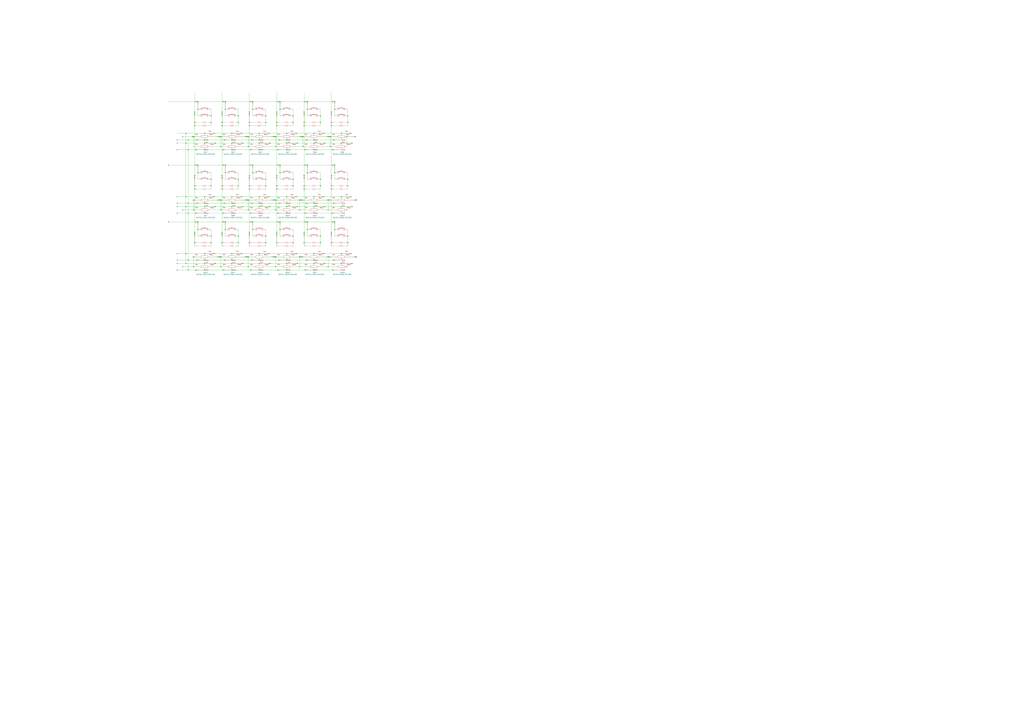
<source format=kicad_sch>
(kicad_sch (version 20200618) (host eeschema "(5.99.0-2043-g129c16cf7)")
  (page 1 1)
  (paper "A0")
  (lib_symbols
    (symbol "switches:SWITCH_PUSH_MXCHOC" (pin_numbers hide) (pin_names hide)
      (property "Reference" "SW" (at 3.81 2.794 0))
      (property "Value" "SWITCH_PUSH_MXCHOC" (at 0 -2.032 0))
      (symbol "SWITCH_PUSH_MXCHOC_0_0"
        (text "Din" (at -8.89 -33.02 0) (effects (font (size 1.27 1.27))))
        (text "Din" (at -8.89 -21.59 0) (effects (font (size 1.27 1.27))))
        (text "Dout" (at 7.62 -21.59 0) (effects (font (size 1.27 1.27))))
        (text "Gnd" (at 2.54 -27.94 0) (effects (font (size 1.27 1.27))))
        (text "Vcc" (at 2.54 -30.48 0) (effects (font (size 1.27 1.27))))
        (text "Vcc" (at 6.35 -17.78 0) (effects (font (size 1.27 1.27))))
      )
      (symbol "SWITCH_PUSH_MXCHOC_1_1"
        (text "Dout" (at 8.89 -33.02 0) (effects (font (size 1.27 1.27))))
        (text "Gnd" (at 2.54 -39.37 0) (effects (font (size 1.27 1.27))))
        (rectangle (start -4.318 8.89) (end 4.318 9.144))
        (rectangle (start -3.81 -34.29) (end 3.81 -36.83))
        (polyline (pts (xy -1.016 9.144) (xy -0.762 9.906) (xy 0.762 9.906) (xy 1.016 9.144)))
        (pin passive inverted (at -7.62 7.62 0) (length 5.08) (name "2") (number "2"))
        (pin passive line (at 0 -31.75 270) (length 2.54) (name "Vdd") (number "9"))
        (pin input line (at -6.35 -35.56 0) (length 2.54) (name "Din") (number "12"))
        (pin passive line (at 0 -39.37 90) (length 2.54) (name "VSS") (number "11"))
        (pin passive inverted (at 7.62 7.62 180) (length 5.08) (name "1") (number "1"))
        (pin output line (at 6.35 -24.13 180) (length 2.54) (name "Dout") (number "6"))
        (pin passive line (at 0 -20.32 270) (length 2.54) (name "Vdd") (number "5"))
        (pin input line (at -6.35 -24.13 0) (length 2.54) (name "Din") (number "8"))
        (pin passive line (at 0 -27.94 90) (length 2.54) (name "VSS") (number "7"))
        (pin output line (at 6.35 -35.56 180) (length 2.54) (name "Dout") (number "10"))
        (pin output line (at -11.43 -7.62 0) (length 2.54) (name "23") (number "23"))
        (pin output line (at -11.43 -11.43 0) (length 2.54) (name "25") (number "25"))
        (pin input line (at 7.62 -7.62 180) (length 2.54) (name "22") (number "22"))
        (pin input line (at 7.62 -11.43 180) (length 2.54) (name "24") (number "24"))
        (pin passive line (at -10.16 16.51 0) (length 2.54) (name "13") (number "13"))
        (pin passive line (at -7.62 16.51 270) (length 2.54) (name "15") (number "15"))
        (pin passive line (at -11.43 1.905 270) (length 2.54) (name "26") (number "26"))
        (pin passive line (at -11.43 4.445 270) (length 2.54) (name "14") (number "14"))
        (pin passive line (at 11.43 -20.32 180) (length 2.54) (name "vcc") (number "16"))
        (pin passive line (at 12.7 -31.75 180) (length 2.54) (name "vcc") (number "19"))
        (pin passive line (at -8.89 -27.94 0) (length 2.54) (name "gnd") (number "18"))
        (pin passive line (at -10.16 -39.37 0) (length 2.54) (name "gnd") (number "21"))
        (pin passive line (at -13.97 -24.13 0) (length 2.54) (name "din") (number "20"))
        (pin passive line (at 16.51 -24.13 180) (length 2.54) (name "dout") (number "17"))
      )
      (symbol "SWITCH_PUSH_MXCHOC_0_1"
        (rectangle (start -4.318 1.27) (end 4.318 1.524))
        (rectangle (start -3.81 -22.86) (end 3.81 -25.4))
        (rectangle (start -1.27 -7.62) (end 1.27 -7.62) (stroke (width 0.0006)))
        (rectangle (start 1.27 -11.43) (end -1.27 -11.43) (stroke (width 0.0006)))
        (polyline (pts (xy -1.016 1.524) (xy -0.762 2.286) (xy 0.762 2.286) (xy 1.016 1.524)))
        (polyline (pts (xy -3.81 -11.43) (xy -1.27 -11.43) (xy -1.27 -10.16) (xy -1.27 -12.7) (xy -1.27 -11.43) (xy 1.27 -10.16) (xy 1.27 -12.7) (xy -1.27 -11.43)) (stroke (width 0.0006)))
        (polyline (pts (xy 1.27 -11.43) (xy 3.81 -11.43)) (stroke (width 0.0006)))
        (polyline (pts (xy -3.81 -7.62) (xy -1.27 -7.62) (xy -1.27 -6.35) (xy -1.27 -8.89) (xy -1.27 -7.62) (xy 1.27 -6.35) (xy 1.27 -8.89) (xy -1.27 -7.62)) (stroke (width 0.0006)))
        (polyline (pts (xy 1.27 -7.62) (xy 3.81 -7.62)) (stroke (width 0.0006)))
        (polyline (pts (xy 0 -20.32) (xy 11.43 -20.32)) (stroke (width 0.0006)))
        (polyline (pts (xy 0 -31.75) (xy 11.43 -31.75)) (stroke (width 0.0006)))
        (polyline (pts (xy 0 -39.37) (xy -8.89 -39.37)) (stroke (width 0.0006)))
        (polyline (pts (xy 0 -27.94) (xy -8.89 -27.94)) (stroke (width 0.0006)))
        (polyline (pts (xy -6.35 -24.13) (xy -13.335 -24.13)) (stroke (width 0.0006)))
        (polyline (pts (xy 15.875 -24.13) (xy 6.35 -24.13)) (stroke (width 0.0006)))
        (polyline (pts (xy -11.43 4.445) (xy -11.43 -11.43)) (stroke (width 0.0006)))
        (polyline (pts (xy -9.525 -7.62) (xy -3.81 -7.62)) (stroke (width 0.0006)))
        (polyline (pts (xy -7.62 7.62) (xy -7.62 16.51)) (stroke (width 0.0006)))
        (polyline (pts (xy -10.16 16.51) (xy -7.62 16.51)) (stroke (width 0.0006)))
        (polyline (pts (xy 5.08 -7.62) (xy 3.81 -7.62)) (stroke (width 0.0006)))
        (polyline (pts (xy 3.81 -11.43) (xy 5.08 -11.43)) (stroke (width 0.0006)))
        (polyline (pts (xy 12.065 -31.75) (xy 11.43 -31.75)) (stroke (width 0.0006)))
        (polyline (pts (xy -8.89 -39.37) (xy -9.525 -39.37)) (stroke (width 0.0006)))
        (polyline (pts (xy -3.81 -11.43) (xy -8.89 -11.43)) (stroke (width 0.0006)))
        (polyline (pts (xy -13.335 -24.13) (xy -13.97 -24.13)) (stroke (width 0.0006)))
        (polyline (pts (xy -9.525 -39.37) (xy -10.16 -39.37)) (stroke (width 0.0006)))
        (polyline (pts (xy 16.51 -24.13) (xy 15.875 -24.13)) (stroke (width 0.0006)))
        (polyline (pts (xy 12.7 -31.75) (xy 12.065 -31.75)) (stroke (width 0.0006)))
        (pin passive inverted (at -7.62 0 0) (length 5.08) (name "3") (number "3"))
        (pin passive inverted (at 7.62 0 180) (length 5.08) (name "4") (number "4"))
      )
    )
  )
  (junction (at 215.9 154.94))
  (junction (at 215.9 166.37))
  (junction (at 215.9 228.6))
  (junction (at 215.9 240.03))
  (junction (at 215.9 294.64))
  (junction (at 215.9 306.07))
  (junction (at 218.44 162.56))
  (junction (at 218.44 173.99))
  (junction (at 218.44 236.22))
  (junction (at 218.44 247.65))
  (junction (at 218.44 302.26))
  (junction (at 218.44 313.69))
  (junction (at 223.52 158.75))
  (junction (at 224.79 158.75))
  (junction (at 224.79 232.41))
  (junction (at 224.79 243.84))
  (junction (at 224.79 298.45))
  (junction (at 224.79 309.88))
  (junction (at 226.06 130.175))
  (junction (at 226.06 132.715))
  (junction (at 226.06 142.24))
  (junction (at 226.06 146.05))
  (junction (at 226.06 203.835))
  (junction (at 226.06 206.375))
  (junction (at 226.06 215.9))
  (junction (at 226.06 219.71))
  (junction (at 226.06 269.875))
  (junction (at 226.06 272.415))
  (junction (at 226.06 281.94))
  (junction (at 227.33 118.11))
  (junction (at 227.33 173.99))
  (junction (at 227.33 191.77))
  (junction (at 227.33 247.65))
  (junction (at 227.33 257.81))
  (junction (at 227.33 313.69))
  (junction (at 228.6 162.56))
  (junction (at 228.6 236.22))
  (junction (at 228.6 302.26))
  (junction (at 229.87 118.11))
  (junction (at 229.87 127))
  (junction (at 229.87 191.77))
  (junction (at 229.87 200.66))
  (junction (at 229.87 257.81))
  (junction (at 229.87 266.7))
  (junction (at 237.49 154.94))
  (junction (at 237.49 162.56))
  (junction (at 237.49 166.37))
  (junction (at 237.49 173.99))
  (junction (at 237.49 228.6))
  (junction (at 237.49 236.22))
  (junction (at 237.49 240.03))
  (junction (at 237.49 247.65))
  (junction (at 237.49 294.64))
  (junction (at 237.49 302.26))
  (junction (at 237.49 306.07))
  (junction (at 237.49 313.69))
  (junction (at 245.11 134.62))
  (junction (at 245.11 142.24))
  (junction (at 245.11 208.28))
  (junction (at 245.11 215.9))
  (junction (at 245.11 274.32))
  (junction (at 245.11 281.94))
  (junction (at 248.92 154.94))
  (junction (at 248.92 228.6))
  (junction (at 248.92 294.64))
  (junction (at 250.19 166.37))
  (junction (at 250.19 240.03))
  (junction (at 250.19 306.07))
  (junction (at 254 158.75))
  (junction (at 254 232.41))
  (junction (at 254 298.45))
  (junction (at 255.27 158.75))
  (junction (at 255.27 232.41))
  (junction (at 255.27 298.45))
  (junction (at 256.54 158.75))
  (junction (at 256.54 170.18))
  (junction (at 256.54 232.41))
  (junction (at 256.54 243.84))
  (junction (at 256.54 298.45))
  (junction (at 256.54 309.88))
  (junction (at 257.81 130.175))
  (junction (at 257.81 132.715))
  (junction (at 257.81 142.24))
  (junction (at 257.81 146.05))
  (junction (at 257.81 203.835))
  (junction (at 257.81 206.375))
  (junction (at 257.81 215.9))
  (junction (at 257.81 219.71))
  (junction (at 257.81 269.875))
  (junction (at 257.81 272.415))
  (junction (at 257.81 281.94))
  (junction (at 259.08 118.11))
  (junction (at 259.08 173.99))
  (junction (at 259.08 191.77))
  (junction (at 259.08 247.65))
  (junction (at 259.08 257.81))
  (junction (at 259.08 313.69))
  (junction (at 260.35 162.56))
  (junction (at 260.35 236.22))
  (junction (at 260.35 302.26))
  (junction (at 261.62 118.11))
  (junction (at 261.62 127))
  (junction (at 261.62 191.77))
  (junction (at 261.62 200.66))
  (junction (at 261.62 257.81))
  (junction (at 261.62 266.7))
  (junction (at 269.24 154.94))
  (junction (at 269.24 162.56))
  (junction (at 269.24 166.37))
  (junction (at 269.24 173.99))
  (junction (at 269.24 228.6))
  (junction (at 269.24 236.22))
  (junction (at 269.24 240.03))
  (junction (at 269.24 247.65))
  (junction (at 269.24 294.64))
  (junction (at 269.24 302.26))
  (junction (at 269.24 306.07))
  (junction (at 269.24 313.69))
  (junction (at 276.86 134.62))
  (junction (at 276.86 142.24))
  (junction (at 276.86 208.28))
  (junction (at 276.86 215.9))
  (junction (at 276.86 274.32))
  (junction (at 276.86 281.94))
  (junction (at 280.67 154.94))
  (junction (at 280.67 228.6))
  (junction (at 280.67 294.64))
  (junction (at 281.94 166.37))
  (junction (at 281.94 240.03))
  (junction (at 281.94 306.07))
  (junction (at 285.75 158.75))
  (junction (at 285.75 232.41))
  (junction (at 285.75 298.45))
  (junction (at 287.02 158.75))
  (junction (at 287.02 232.41))
  (junction (at 287.02 298.45))
  (junction (at 288.29 158.75))
  (junction (at 288.29 170.18))
  (junction (at 288.29 232.41))
  (junction (at 288.29 243.84))
  (junction (at 288.29 298.45))
  (junction (at 288.29 309.88))
  (junction (at 289.56 130.175))
  (junction (at 289.56 132.715))
  (junction (at 289.56 142.24))
  (junction (at 289.56 146.05))
  (junction (at 289.56 203.835))
  (junction (at 289.56 206.375))
  (junction (at 289.56 215.9))
  (junction (at 289.56 219.71))
  (junction (at 289.56 269.875))
  (junction (at 289.56 272.415))
  (junction (at 289.56 281.94))
  (junction (at 290.83 118.11))
  (junction (at 290.83 173.99))
  (junction (at 290.83 191.77))
  (junction (at 290.83 247.65))
  (junction (at 290.83 257.81))
  (junction (at 290.83 313.69))
  (junction (at 292.1 162.56))
  (junction (at 292.1 236.22))
  (junction (at 292.1 302.26))
  (junction (at 293.37 118.11))
  (junction (at 293.37 127))
  (junction (at 293.37 191.77))
  (junction (at 293.37 200.66))
  (junction (at 293.37 257.81))
  (junction (at 293.37 266.7))
  (junction (at 300.99 154.94))
  (junction (at 300.99 162.56))
  (junction (at 300.99 166.37))
  (junction (at 300.99 173.99))
  (junction (at 300.99 228.6))
  (junction (at 300.99 236.22))
  (junction (at 300.99 240.03))
  (junction (at 300.99 247.65))
  (junction (at 300.99 294.64))
  (junction (at 300.99 302.26))
  (junction (at 300.99 306.07))
  (junction (at 300.99 313.69))
  (junction (at 308.61 134.62))
  (junction (at 308.61 142.24))
  (junction (at 308.61 208.28))
  (junction (at 308.61 215.9))
  (junction (at 308.61 274.32))
  (junction (at 308.61 281.94))
  (junction (at 312.42 154.94))
  (junction (at 312.42 228.6))
  (junction (at 312.42 294.64))
  (junction (at 313.69 166.37))
  (junction (at 313.69 240.03))
  (junction (at 313.69 306.07))
  (junction (at 317.5 158.75))
  (junction (at 317.5 232.41))
  (junction (at 317.5 298.45))
  (junction (at 318.77 158.75))
  (junction (at 318.77 232.41))
  (junction (at 318.77 298.45))
  (junction (at 320.04 158.75))
  (junction (at 320.04 170.18))
  (junction (at 320.04 232.41))
  (junction (at 320.04 243.84))
  (junction (at 320.04 298.45))
  (junction (at 320.04 309.88))
  (junction (at 321.31 130.175))
  (junction (at 321.31 132.715))
  (junction (at 321.31 142.24))
  (junction (at 321.31 146.05))
  (junction (at 321.31 203.835))
  (junction (at 321.31 206.375))
  (junction (at 321.31 215.9))
  (junction (at 321.31 219.71))
  (junction (at 321.31 269.875))
  (junction (at 321.31 272.415))
  (junction (at 321.31 281.94))
  (junction (at 322.58 118.11))
  (junction (at 322.58 173.99))
  (junction (at 322.58 191.77))
  (junction (at 322.58 247.65))
  (junction (at 322.58 257.81))
  (junction (at 322.58 313.69))
  (junction (at 323.85 162.56))
  (junction (at 323.85 236.22))
  (junction (at 323.85 302.26))
  (junction (at 325.12 118.11))
  (junction (at 325.12 127))
  (junction (at 325.12 191.77))
  (junction (at 325.12 200.66))
  (junction (at 325.12 257.81))
  (junction (at 325.12 266.7))
  (junction (at 332.74 154.94))
  (junction (at 332.74 162.56))
  (junction (at 332.74 166.37))
  (junction (at 332.74 173.99))
  (junction (at 332.74 228.6))
  (junction (at 332.74 236.22))
  (junction (at 332.74 240.03))
  (junction (at 332.74 247.65))
  (junction (at 332.74 294.64))
  (junction (at 332.74 302.26))
  (junction (at 332.74 306.07))
  (junction (at 332.74 313.69))
  (junction (at 340.36 134.62))
  (junction (at 340.36 142.24))
  (junction (at 340.36 208.28))
  (junction (at 340.36 215.9))
  (junction (at 340.36 274.32))
  (junction (at 340.36 281.94))
  (junction (at 344.17 154.94))
  (junction (at 344.17 228.6))
  (junction (at 344.17 294.64))
  (junction (at 345.44 166.37))
  (junction (at 345.44 240.03))
  (junction (at 345.44 306.07))
  (junction (at 347.98 232.41))
  (junction (at 347.98 243.84))
  (junction (at 347.98 298.45))
  (junction (at 347.98 309.88))
  (junction (at 349.25 158.75))
  (junction (at 349.25 232.41))
  (junction (at 349.25 298.45))
  (junction (at 350.52 158.75))
  (junction (at 350.52 232.41))
  (junction (at 350.52 298.45))
  (junction (at 351.79 158.75))
  (junction (at 351.79 170.18))
  (junction (at 353.06 130.175))
  (junction (at 353.06 132.715))
  (junction (at 353.06 142.24))
  (junction (at 353.06 146.05))
  (junction (at 353.06 203.835))
  (junction (at 353.06 206.375))
  (junction (at 353.06 215.9))
  (junction (at 353.06 219.71))
  (junction (at 353.06 269.875))
  (junction (at 353.06 272.415))
  (junction (at 353.06 281.94))
  (junction (at 354.33 118.11))
  (junction (at 354.33 173.99))
  (junction (at 354.33 191.77))
  (junction (at 354.33 247.65))
  (junction (at 354.33 257.81))
  (junction (at 354.33 313.69))
  (junction (at 355.6 162.56))
  (junction (at 355.6 236.22))
  (junction (at 355.6 302.26))
  (junction (at 356.87 118.11))
  (junction (at 356.87 127))
  (junction (at 356.87 191.77))
  (junction (at 356.87 200.66))
  (junction (at 356.87 257.81))
  (junction (at 356.87 266.7))
  (junction (at 364.49 154.94))
  (junction (at 364.49 162.56))
  (junction (at 364.49 166.37))
  (junction (at 364.49 173.99))
  (junction (at 364.49 228.6))
  (junction (at 364.49 236.22))
  (junction (at 364.49 240.03))
  (junction (at 364.49 247.65))
  (junction (at 364.49 294.64))
  (junction (at 364.49 302.26))
  (junction (at 364.49 306.07))
  (junction (at 364.49 313.69))
  (junction (at 372.11 134.62))
  (junction (at 372.11 142.24))
  (junction (at 372.11 208.28))
  (junction (at 372.11 215.9))
  (junction (at 372.11 274.32))
  (junction (at 372.11 281.94))
  (junction (at 375.92 154.94))
  (junction (at 375.92 228.6))
  (junction (at 375.92 294.64))
  (junction (at 377.19 166.37))
  (junction (at 377.19 240.03))
  (junction (at 377.19 306.07))
  (junction (at 381 158.75))
  (junction (at 381 232.41))
  (junction (at 381 243.84))
  (junction (at 381 298.45))
  (junction (at 381 309.88))
  (junction (at 382.27 158.75))
  (junction (at 382.27 232.41))
  (junction (at 382.27 298.45))
  (junction (at 383.54 158.75))
  (junction (at 383.54 170.18))
  (junction (at 384.81 130.175))
  (junction (at 384.81 132.715))
  (junction (at 384.81 142.24))
  (junction (at 384.81 146.05))
  (junction (at 384.81 203.835))
  (junction (at 384.81 206.375))
  (junction (at 384.81 215.9))
  (junction (at 384.81 219.71))
  (junction (at 384.81 269.875))
  (junction (at 384.81 272.415))
  (junction (at 384.81 281.94))
  (junction (at 386.08 118.11))
  (junction (at 386.08 173.99))
  (junction (at 386.08 191.77))
  (junction (at 386.08 247.65))
  (junction (at 386.08 257.81))
  (junction (at 386.08 313.69))
  (junction (at 387.35 162.56))
  (junction (at 387.35 236.22))
  (junction (at 387.35 302.26))
  (junction (at 388.62 118.11))
  (junction (at 388.62 127))
  (junction (at 388.62 191.77))
  (junction (at 388.62 200.66))
  (junction (at 388.62 257.81))
  (junction (at 388.62 266.7))
  (junction (at 396.24 154.94))
  (junction (at 396.24 166.37))
  (junction (at 396.24 228.6))
  (junction (at 396.24 240.03))
  (junction (at 396.24 294.64))
  (junction (at 396.24 306.07))
  (junction (at 402.59 158.75))
  (junction (at 403.86 134.62))
  (junction (at 403.86 142.24))
  (junction (at 403.86 208.28))
  (junction (at 403.86 215.9))
  (junction (at 403.86 274.32))
  (junction (at 403.86 281.94))
  (junction (at 412.75 232.41))
  (junction (at 412.75 298.45))
  (no_connect (at 205.74 162.56))
  (no_connect (at 205.74 166.37))
  (no_connect (at 205.74 173.99))
  (no_connect (at 402.59 243.84))
  (no_connect (at 402.59 309.88))
  (no_connect (at 407.67 154.94))
  (no_connect (at 407.67 228.6))
  (no_connect (at 407.67 294.64))
  (no_connect (at 408.94 166.37))
  (no_connect (at 408.94 240.03))
  (no_connect (at 408.94 306.07))
  (no_connect (at 414.02 232.41))
  (no_connect (at 414.02 298.45))
  (no_connect (at 212.09 158.75))
  (no_connect (at 195.58 191.77))
  (no_connect (at 195.58 257.81))
  (no_connect (at 205.74 228.6))
  (no_connect (at 205.74 236.22))
  (no_connect (at 205.74 240.03))
  (no_connect (at 205.74 247.65))
  (no_connect (at 205.74 294.64))
  (no_connect (at 205.74 302.26))
  (no_connect (at 205.74 306.07))
  (no_connect (at 205.74 313.69))
  (no_connect (at 212.09 309.88))
  (no_connect (at 212.09 243.84))
  (no_connect (at 412.75 158.75))
  (wire (pts (xy 195.58 118.11) (xy 227.33 118.11)))
  (wire (pts (xy 195.58 191.77) (xy 227.33 191.77)))
  (wire (pts (xy 195.58 257.81) (xy 227.33 257.81)))
  (wire (pts (xy 205.74 154.94) (xy 215.9 154.94)))
  (wire (pts (xy 205.74 162.56) (xy 218.44 162.56)))
  (wire (pts (xy 205.74 166.37) (xy 215.9 166.37)))
  (wire (pts (xy 205.74 173.99) (xy 218.44 173.99)))
  (wire (pts (xy 205.74 228.6) (xy 215.9 228.6)))
  (wire (pts (xy 205.74 236.22) (xy 218.44 236.22)))
  (wire (pts (xy 205.74 240.03) (xy 215.9 240.03)))
  (wire (pts (xy 205.74 247.65) (xy 218.44 247.65)))
  (wire (pts (xy 205.74 294.64) (xy 215.9 294.64)))
  (wire (pts (xy 205.74 302.26) (xy 218.44 302.26)))
  (wire (pts (xy 205.74 306.07) (xy 215.9 306.07)))
  (wire (pts (xy 205.74 313.69) (xy 218.44 313.69)))
  (wire (pts (xy 212.09 158.75) (xy 223.52 158.75)))
  (wire (pts (xy 212.09 243.84) (xy 224.79 243.84)))
  (wire (pts (xy 212.09 309.88) (xy 224.79 309.88)))
  (wire (pts (xy 215.9 154.94) (xy 215.9 166.37)))
  (wire (pts (xy 215.9 154.94) (xy 237.49 154.94)))
  (wire (pts (xy 215.9 166.37) (xy 215.9 228.6)))
  (wire (pts (xy 215.9 166.37) (xy 237.49 166.37)))
  (wire (pts (xy 215.9 228.6) (xy 215.9 240.03)))
  (wire (pts (xy 215.9 228.6) (xy 237.49 228.6)))
  (wire (pts (xy 215.9 240.03) (xy 215.9 294.64)))
  (wire (pts (xy 215.9 240.03) (xy 237.49 240.03)))
  (wire (pts (xy 215.9 294.64) (xy 215.9 306.07)))
  (wire (pts (xy 215.9 294.64) (xy 237.49 294.64)))
  (wire (pts (xy 215.9 306.07) (xy 237.49 306.07)))
  (wire (pts (xy 218.44 162.56) (xy 218.44 173.99)))
  (wire (pts (xy 218.44 162.56) (xy 228.6 162.56)))
  (wire (pts (xy 218.44 173.99) (xy 218.44 236.22)))
  (wire (pts (xy 218.44 173.99) (xy 227.33 173.99)))
  (wire (pts (xy 218.44 236.22) (xy 218.44 247.65)))
  (wire (pts (xy 218.44 236.22) (xy 228.6 236.22)))
  (wire (pts (xy 218.44 247.65) (xy 218.44 302.26)))
  (wire (pts (xy 218.44 247.65) (xy 227.33 247.65)))
  (wire (pts (xy 218.44 302.26) (xy 218.44 313.69)))
  (wire (pts (xy 218.44 302.26) (xy 228.6 302.26)))
  (wire (pts (xy 218.44 313.69) (xy 227.33 313.69)))
  (wire (pts (xy 223.52 158.75) (xy 224.79 158.75)))
  (wire (pts (xy 223.52 232.41) (xy 224.79 232.41)))
  (wire (pts (xy 223.52 298.45) (xy 224.79 298.45)))
  (wire (pts (xy 224.79 158.75) (xy 231.14 158.75)))
  (wire (pts (xy 224.79 170.18) (xy 224.79 158.75)))
  (wire (pts (xy 224.79 170.18) (xy 231.14 170.18)))
  (wire (pts (xy 224.79 232.41) (xy 231.14 232.41)))
  (wire (pts (xy 224.79 243.84) (xy 224.79 232.41)))
  (wire (pts (xy 224.79 243.84) (xy 231.14 243.84)))
  (wire (pts (xy 224.79 298.45) (xy 231.14 298.45)))
  (wire (pts (xy 224.79 309.88) (xy 224.79 298.45)))
  (wire (pts (xy 224.79 309.88) (xy 231.14 309.88)))
  (wire (pts (xy 226.06 107.95) (xy 226.06 130.175)))
  (wire (pts (xy 226.06 130.175) (xy 226.06 132.715)))
  (wire (pts (xy 226.06 132.715) (xy 226.06 142.24)))
  (wire (pts (xy 226.06 142.24) (xy 226.06 146.05)))
  (wire (pts (xy 226.06 146.05) (xy 226.06 203.835)))
  (wire (pts (xy 226.06 203.835) (xy 226.06 206.375)))
  (wire (pts (xy 226.06 206.375) (xy 226.06 215.9)))
  (wire (pts (xy 226.06 215.9) (xy 226.06 219.71)))
  (wire (pts (xy 226.06 219.71) (xy 226.06 269.875)))
  (wire (pts (xy 226.06 269.875) (xy 226.06 272.415)))
  (wire (pts (xy 226.06 272.415) (xy 226.06 281.94)))
  (wire (pts (xy 226.06 281.94) (xy 226.06 285.75)))
  (wire (pts (xy 227.33 118.11) (xy 229.87 118.11)))
  (wire (pts (xy 227.33 173.99) (xy 237.49 173.99)))
  (wire (pts (xy 227.33 191.77) (xy 229.87 191.77)))
  (wire (pts (xy 227.33 247.65) (xy 237.49 247.65)))
  (wire (pts (xy 227.33 257.81) (xy 229.87 257.81)))
  (wire (pts (xy 227.33 313.69) (xy 237.49 313.69)))
  (wire (pts (xy 228.6 162.56) (xy 237.49 162.56)))
  (wire (pts (xy 228.6 236.22) (xy 237.49 236.22)))
  (wire (pts (xy 228.6 302.26) (xy 237.49 302.26)))
  (wire (pts (xy 229.87 118.11) (xy 259.08 118.11)))
  (wire (pts (xy 229.87 127) (xy 229.87 118.11)))
  (wire (pts (xy 229.87 134.62) (xy 229.87 127)))
  (wire (pts (xy 229.87 191.77) (xy 259.08 191.77)))
  (wire (pts (xy 229.87 200.66) (xy 229.87 191.77)))
  (wire (pts (xy 229.87 208.28) (xy 229.87 200.66)))
  (wire (pts (xy 229.87 257.81) (xy 259.08 257.81)))
  (wire (pts (xy 229.87 266.7) (xy 229.87 257.81)))
  (wire (pts (xy 229.87 274.32) (xy 229.87 266.7)))
  (wire (pts (xy 237.49 154.94) (xy 248.92 154.94)))
  (wire (pts (xy 237.49 162.56) (xy 260.35 162.56)))
  (wire (pts (xy 237.49 166.37) (xy 250.19 166.37)))
  (wire (pts (xy 237.49 173.99) (xy 259.08 173.99)))
  (wire (pts (xy 237.49 228.6) (xy 248.92 228.6)))
  (wire (pts (xy 237.49 236.22) (xy 260.35 236.22)))
  (wire (pts (xy 237.49 240.03) (xy 250.19 240.03)))
  (wire (pts (xy 237.49 247.65) (xy 259.08 247.65)))
  (wire (pts (xy 237.49 294.64) (xy 248.92 294.64)))
  (wire (pts (xy 237.49 302.26) (xy 260.35 302.26)))
  (wire (pts (xy 237.49 306.07) (xy 250.19 306.07)))
  (wire (pts (xy 237.49 313.69) (xy 259.08 313.69)))
  (wire (pts (xy 243.84 158.75) (xy 254 158.75)))
  (wire (pts (xy 243.84 170.18) (xy 256.54 170.18)))
  (wire (pts (xy 243.84 232.41) (xy 254 232.41)))
  (wire (pts (xy 243.84 243.84) (xy 256.54 243.84)))
  (wire (pts (xy 243.84 298.45) (xy 254 298.45)))
  (wire (pts (xy 243.84 309.88) (xy 256.54 309.88)))
  (wire (pts (xy 245.11 127) (xy 245.11 134.62)))
  (wire (pts (xy 245.11 134.62) (xy 245.11 142.24)))
  (wire (pts (xy 245.11 142.24) (xy 245.11 146.05)))
  (wire (pts (xy 245.11 200.66) (xy 245.11 208.28)))
  (wire (pts (xy 245.11 208.28) (xy 245.11 215.9)))
  (wire (pts (xy 245.11 215.9) (xy 245.11 219.71)))
  (wire (pts (xy 245.11 266.7) (xy 245.11 274.32)))
  (wire (pts (xy 245.11 274.32) (xy 245.11 281.94)))
  (wire (pts (xy 245.11 281.94) (xy 245.11 285.75)))
  (wire (pts (xy 248.92 154.94) (xy 269.24 154.94)))
  (wire (pts (xy 248.92 228.6) (xy 269.24 228.6)))
  (wire (pts (xy 248.92 294.64) (xy 269.24 294.64)))
  (wire (pts (xy 250.19 166.37) (xy 269.24 166.37)))
  (wire (pts (xy 250.19 240.03) (xy 269.24 240.03)))
  (wire (pts (xy 250.19 306.07) (xy 269.24 306.07)))
  (wire (pts (xy 254 158.75) (xy 255.27 158.75)))
  (wire (pts (xy 254 232.41) (xy 255.27 232.41)))
  (wire (pts (xy 254 298.45) (xy 255.27 298.45)))
  (wire (pts (xy 255.27 158.75) (xy 256.54 158.75)))
  (wire (pts (xy 255.27 232.41) (xy 256.54 232.41)))
  (wire (pts (xy 255.27 298.45) (xy 256.54 298.45)))
  (wire (pts (xy 256.54 158.75) (xy 262.89 158.75)))
  (wire (pts (xy 256.54 170.18) (xy 256.54 158.75)))
  (wire (pts (xy 256.54 170.18) (xy 262.89 170.18)))
  (wire (pts (xy 256.54 232.41) (xy 262.89 232.41)))
  (wire (pts (xy 256.54 243.84) (xy 256.54 232.41)))
  (wire (pts (xy 256.54 243.84) (xy 262.89 243.84)))
  (wire (pts (xy 256.54 298.45) (xy 262.89 298.45)))
  (wire (pts (xy 256.54 309.88) (xy 256.54 298.45)))
  (wire (pts (xy 256.54 309.88) (xy 262.89 309.88)))
  (wire (pts (xy 257.81 107.95) (xy 257.81 130.175)))
  (wire (pts (xy 257.81 130.175) (xy 257.81 132.715)))
  (wire (pts (xy 257.81 132.715) (xy 257.81 142.24)))
  (wire (pts (xy 257.81 142.24) (xy 257.81 146.05)))
  (wire (pts (xy 257.81 146.05) (xy 257.81 203.835)))
  (wire (pts (xy 257.81 203.835) (xy 257.81 206.375)))
  (wire (pts (xy 257.81 206.375) (xy 257.81 215.9)))
  (wire (pts (xy 257.81 215.9) (xy 257.81 219.71)))
  (wire (pts (xy 257.81 219.71) (xy 257.81 269.875)))
  (wire (pts (xy 257.81 269.875) (xy 257.81 272.415)))
  (wire (pts (xy 257.81 272.415) (xy 257.81 281.94)))
  (wire (pts (xy 257.81 281.94) (xy 257.81 285.75)))
  (wire (pts (xy 259.08 173.99) (xy 269.24 173.99)))
  (wire (pts (xy 259.08 191.77) (xy 261.62 191.77)))
  (wire (pts (xy 259.08 247.65) (xy 269.24 247.65)))
  (wire (pts (xy 259.08 257.81) (xy 261.62 257.81)))
  (wire (pts (xy 259.08 313.69) (xy 269.24 313.69)))
  (wire (pts (xy 260.35 162.56) (xy 269.24 162.56)))
  (wire (pts (xy 260.35 236.22) (xy 269.24 236.22)))
  (wire (pts (xy 260.35 302.26) (xy 269.24 302.26)))
  (wire (pts (xy 261.62 118.11) (xy 259.08 118.11)))
  (wire (pts (xy 261.62 118.11) (xy 290.83 118.11)))
  (wire (pts (xy 261.62 127) (xy 261.62 118.11)))
  (wire (pts (xy 261.62 134.62) (xy 261.62 127)))
  (wire (pts (xy 261.62 191.77) (xy 290.83 191.77)))
  (wire (pts (xy 261.62 200.66) (xy 261.62 191.77)))
  (wire (pts (xy 261.62 208.28) (xy 261.62 200.66)))
  (wire (pts (xy 261.62 257.81) (xy 290.83 257.81)))
  (wire (pts (xy 261.62 266.7) (xy 261.62 257.81)))
  (wire (pts (xy 261.62 274.32) (xy 261.62 266.7)))
  (wire (pts (xy 269.24 154.94) (xy 280.67 154.94)))
  (wire (pts (xy 269.24 162.56) (xy 292.1 162.56)))
  (wire (pts (xy 269.24 166.37) (xy 281.94 166.37)))
  (wire (pts (xy 269.24 173.99) (xy 290.83 173.99)))
  (wire (pts (xy 269.24 228.6) (xy 280.67 228.6)))
  (wire (pts (xy 269.24 236.22) (xy 292.1 236.22)))
  (wire (pts (xy 269.24 240.03) (xy 281.94 240.03)))
  (wire (pts (xy 269.24 247.65) (xy 290.83 247.65)))
  (wire (pts (xy 269.24 294.64) (xy 280.67 294.64)))
  (wire (pts (xy 269.24 302.26) (xy 292.1 302.26)))
  (wire (pts (xy 269.24 306.07) (xy 281.94 306.07)))
  (wire (pts (xy 269.24 313.69) (xy 290.83 313.69)))
  (wire (pts (xy 275.59 158.75) (xy 285.75 158.75)))
  (wire (pts (xy 275.59 170.18) (xy 288.29 170.18)))
  (wire (pts (xy 275.59 232.41) (xy 285.75 232.41)))
  (wire (pts (xy 275.59 243.84) (xy 288.29 243.84)))
  (wire (pts (xy 275.59 298.45) (xy 285.75 298.45)))
  (wire (pts (xy 275.59 309.88) (xy 288.29 309.88)))
  (wire (pts (xy 276.86 127) (xy 276.86 134.62)))
  (wire (pts (xy 276.86 134.62) (xy 276.86 142.24)))
  (wire (pts (xy 276.86 142.24) (xy 276.86 146.05)))
  (wire (pts (xy 276.86 200.66) (xy 276.86 208.28)))
  (wire (pts (xy 276.86 208.28) (xy 276.86 215.9)))
  (wire (pts (xy 276.86 215.9) (xy 276.86 219.71)))
  (wire (pts (xy 276.86 266.7) (xy 276.86 274.32)))
  (wire (pts (xy 276.86 274.32) (xy 276.86 281.94)))
  (wire (pts (xy 276.86 281.94) (xy 276.86 285.75)))
  (wire (pts (xy 280.67 154.94) (xy 300.99 154.94)))
  (wire (pts (xy 280.67 228.6) (xy 300.99 228.6)))
  (wire (pts (xy 280.67 294.64) (xy 300.99 294.64)))
  (wire (pts (xy 281.94 166.37) (xy 300.99 166.37)))
  (wire (pts (xy 281.94 240.03) (xy 300.99 240.03)))
  (wire (pts (xy 281.94 306.07) (xy 300.99 306.07)))
  (wire (pts (xy 285.75 158.75) (xy 287.02 158.75)))
  (wire (pts (xy 285.75 232.41) (xy 287.02 232.41)))
  (wire (pts (xy 285.75 298.45) (xy 287.02 298.45)))
  (wire (pts (xy 287.02 158.75) (xy 288.29 158.75)))
  (wire (pts (xy 287.02 232.41) (xy 288.29 232.41)))
  (wire (pts (xy 287.02 298.45) (xy 288.29 298.45)))
  (wire (pts (xy 288.29 158.75) (xy 294.64 158.75)))
  (wire (pts (xy 288.29 170.18) (xy 288.29 158.75)))
  (wire (pts (xy 288.29 170.18) (xy 294.64 170.18)))
  (wire (pts (xy 288.29 232.41) (xy 294.64 232.41)))
  (wire (pts (xy 288.29 243.84) (xy 288.29 232.41)))
  (wire (pts (xy 288.29 243.84) (xy 294.64 243.84)))
  (wire (pts (xy 288.29 298.45) (xy 294.64 298.45)))
  (wire (pts (xy 288.29 309.88) (xy 288.29 298.45)))
  (wire (pts (xy 288.29 309.88) (xy 294.64 309.88)))
  (wire (pts (xy 289.56 107.95) (xy 289.56 130.175)))
  (wire (pts (xy 289.56 130.175) (xy 289.56 132.715)))
  (wire (pts (xy 289.56 132.715) (xy 289.56 142.24)))
  (wire (pts (xy 289.56 142.24) (xy 289.56 146.05)))
  (wire (pts (xy 289.56 146.05) (xy 289.56 203.835)))
  (wire (pts (xy 289.56 203.835) (xy 289.56 206.375)))
  (wire (pts (xy 289.56 206.375) (xy 289.56 215.9)))
  (wire (pts (xy 289.56 215.9) (xy 289.56 219.71)))
  (wire (pts (xy 289.56 219.71) (xy 289.56 269.875)))
  (wire (pts (xy 289.56 269.875) (xy 289.56 272.415)))
  (wire (pts (xy 289.56 272.415) (xy 289.56 281.94)))
  (wire (pts (xy 289.56 281.94) (xy 289.56 285.75)))
  (wire (pts (xy 290.83 173.99) (xy 300.99 173.99)))
  (wire (pts (xy 290.83 191.77) (xy 293.37 191.77)))
  (wire (pts (xy 290.83 247.65) (xy 300.99 247.65)))
  (wire (pts (xy 290.83 257.81) (xy 293.37 257.81)))
  (wire (pts (xy 290.83 313.69) (xy 300.99 313.69)))
  (wire (pts (xy 292.1 162.56) (xy 300.99 162.56)))
  (wire (pts (xy 292.1 236.22) (xy 300.99 236.22)))
  (wire (pts (xy 292.1 302.26) (xy 300.99 302.26)))
  (wire (pts (xy 293.37 118.11) (xy 290.83 118.11)))
  (wire (pts (xy 293.37 118.11) (xy 322.58 118.11)))
  (wire (pts (xy 293.37 127) (xy 293.37 118.11)))
  (wire (pts (xy 293.37 134.62) (xy 293.37 127)))
  (wire (pts (xy 293.37 191.77) (xy 322.58 191.77)))
  (wire (pts (xy 293.37 200.66) (xy 293.37 191.77)))
  (wire (pts (xy 293.37 208.28) (xy 293.37 200.66)))
  (wire (pts (xy 293.37 257.81) (xy 322.58 257.81)))
  (wire (pts (xy 293.37 266.7) (xy 293.37 257.81)))
  (wire (pts (xy 293.37 274.32) (xy 293.37 266.7)))
  (wire (pts (xy 300.99 154.94) (xy 312.42 154.94)))
  (wire (pts (xy 300.99 162.56) (xy 323.85 162.56)))
  (wire (pts (xy 300.99 166.37) (xy 313.69 166.37)))
  (wire (pts (xy 300.99 173.99) (xy 322.58 173.99)))
  (wire (pts (xy 300.99 228.6) (xy 312.42 228.6)))
  (wire (pts (xy 300.99 236.22) (xy 323.85 236.22)))
  (wire (pts (xy 300.99 240.03) (xy 313.69 240.03)))
  (wire (pts (xy 300.99 247.65) (xy 322.58 247.65)))
  (wire (pts (xy 300.99 294.64) (xy 312.42 294.64)))
  (wire (pts (xy 300.99 302.26) (xy 323.85 302.26)))
  (wire (pts (xy 300.99 306.07) (xy 313.69 306.07)))
  (wire (pts (xy 300.99 313.69) (xy 322.58 313.69)))
  (wire (pts (xy 307.34 158.75) (xy 317.5 158.75)))
  (wire (pts (xy 307.34 170.18) (xy 320.04 170.18)))
  (wire (pts (xy 307.34 232.41) (xy 317.5 232.41)))
  (wire (pts (xy 307.34 243.84) (xy 320.04 243.84)))
  (wire (pts (xy 307.34 298.45) (xy 317.5 298.45)))
  (wire (pts (xy 307.34 309.88) (xy 320.04 309.88)))
  (wire (pts (xy 308.61 127) (xy 308.61 134.62)))
  (wire (pts (xy 308.61 134.62) (xy 308.61 142.24)))
  (wire (pts (xy 308.61 142.24) (xy 308.61 146.05)))
  (wire (pts (xy 308.61 200.66) (xy 308.61 208.28)))
  (wire (pts (xy 308.61 208.28) (xy 308.61 215.9)))
  (wire (pts (xy 308.61 215.9) (xy 308.61 219.71)))
  (wire (pts (xy 308.61 266.7) (xy 308.61 274.32)))
  (wire (pts (xy 308.61 274.32) (xy 308.61 281.94)))
  (wire (pts (xy 308.61 281.94) (xy 308.61 285.75)))
  (wire (pts (xy 312.42 154.94) (xy 332.74 154.94)))
  (wire (pts (xy 312.42 228.6) (xy 332.74 228.6)))
  (wire (pts (xy 312.42 294.64) (xy 332.74 294.64)))
  (wire (pts (xy 313.69 166.37) (xy 332.74 166.37)))
  (wire (pts (xy 313.69 240.03) (xy 332.74 240.03)))
  (wire (pts (xy 313.69 306.07) (xy 332.74 306.07)))
  (wire (pts (xy 317.5 158.75) (xy 318.77 158.75)))
  (wire (pts (xy 317.5 232.41) (xy 318.77 232.41)))
  (wire (pts (xy 317.5 298.45) (xy 318.77 298.45)))
  (wire (pts (xy 318.77 158.75) (xy 320.04 158.75)))
  (wire (pts (xy 318.77 232.41) (xy 320.04 232.41)))
  (wire (pts (xy 318.77 298.45) (xy 320.04 298.45)))
  (wire (pts (xy 320.04 158.75) (xy 326.39 158.75)))
  (wire (pts (xy 320.04 170.18) (xy 320.04 158.75)))
  (wire (pts (xy 320.04 170.18) (xy 326.39 170.18)))
  (wire (pts (xy 320.04 232.41) (xy 326.39 232.41)))
  (wire (pts (xy 320.04 243.84) (xy 320.04 232.41)))
  (wire (pts (xy 320.04 243.84) (xy 326.39 243.84)))
  (wire (pts (xy 320.04 298.45) (xy 326.39 298.45)))
  (wire (pts (xy 320.04 309.88) (xy 320.04 298.45)))
  (wire (pts (xy 320.04 309.88) (xy 326.39 309.88)))
  (wire (pts (xy 321.31 107.95) (xy 321.31 130.175)))
  (wire (pts (xy 321.31 130.175) (xy 321.31 132.715)))
  (wire (pts (xy 321.31 132.715) (xy 321.31 142.24)))
  (wire (pts (xy 321.31 142.24) (xy 321.31 146.05)))
  (wire (pts (xy 321.31 146.05) (xy 321.31 203.835)))
  (wire (pts (xy 321.31 203.835) (xy 321.31 206.375)))
  (wire (pts (xy 321.31 206.375) (xy 321.31 215.9)))
  (wire (pts (xy 321.31 215.9) (xy 321.31 219.71)))
  (wire (pts (xy 321.31 219.71) (xy 321.31 269.875)))
  (wire (pts (xy 321.31 269.875) (xy 321.31 272.415)))
  (wire (pts (xy 321.31 272.415) (xy 321.31 281.94)))
  (wire (pts (xy 321.31 281.94) (xy 321.31 285.75)))
  (wire (pts (xy 322.58 173.99) (xy 332.74 173.99)))
  (wire (pts (xy 322.58 191.77) (xy 325.12 191.77)))
  (wire (pts (xy 322.58 247.65) (xy 332.74 247.65)))
  (wire (pts (xy 322.58 257.81) (xy 325.12 257.81)))
  (wire (pts (xy 322.58 313.69) (xy 332.74 313.69)))
  (wire (pts (xy 323.85 162.56) (xy 332.74 162.56)))
  (wire (pts (xy 323.85 236.22) (xy 332.74 236.22)))
  (wire (pts (xy 323.85 302.26) (xy 332.74 302.26)))
  (wire (pts (xy 325.12 118.11) (xy 322.58 118.11)))
  (wire (pts (xy 325.12 118.11) (xy 354.33 118.11)))
  (wire (pts (xy 325.12 127) (xy 325.12 118.11)))
  (wire (pts (xy 325.12 134.62) (xy 325.12 127)))
  (wire (pts (xy 325.12 191.77) (xy 354.33 191.77)))
  (wire (pts (xy 325.12 200.66) (xy 325.12 191.77)))
  (wire (pts (xy 325.12 208.28) (xy 325.12 200.66)))
  (wire (pts (xy 325.12 257.81) (xy 354.33 257.81)))
  (wire (pts (xy 325.12 266.7) (xy 325.12 257.81)))
  (wire (pts (xy 325.12 274.32) (xy 325.12 266.7)))
  (wire (pts (xy 332.74 154.94) (xy 344.17 154.94)))
  (wire (pts (xy 332.74 162.56) (xy 355.6 162.56)))
  (wire (pts (xy 332.74 166.37) (xy 345.44 166.37)))
  (wire (pts (xy 332.74 173.99) (xy 354.33 173.99)))
  (wire (pts (xy 332.74 228.6) (xy 344.17 228.6)))
  (wire (pts (xy 332.74 236.22) (xy 355.6 236.22)))
  (wire (pts (xy 332.74 240.03) (xy 345.44 240.03)))
  (wire (pts (xy 332.74 247.65) (xy 354.33 247.65)))
  (wire (pts (xy 332.74 294.64) (xy 344.17 294.64)))
  (wire (pts (xy 332.74 302.26) (xy 355.6 302.26)))
  (wire (pts (xy 332.74 306.07) (xy 345.44 306.07)))
  (wire (pts (xy 332.74 313.69) (xy 354.33 313.69)))
  (wire (pts (xy 339.09 158.75) (xy 349.25 158.75)))
  (wire (pts (xy 339.09 170.18) (xy 351.79 170.18)))
  (wire (pts (xy 339.09 232.41) (xy 347.98 232.41)))
  (wire (pts (xy 339.09 243.84) (xy 347.98 243.84)))
  (wire (pts (xy 339.09 298.45) (xy 347.98 298.45)))
  (wire (pts (xy 339.09 309.88) (xy 347.98 309.88)))
  (wire (pts (xy 340.36 127) (xy 340.36 134.62)))
  (wire (pts (xy 340.36 134.62) (xy 340.36 142.24)))
  (wire (pts (xy 340.36 142.24) (xy 340.36 146.05)))
  (wire (pts (xy 340.36 200.66) (xy 340.36 208.28)))
  (wire (pts (xy 340.36 208.28) (xy 340.36 215.9)))
  (wire (pts (xy 340.36 215.9) (xy 340.36 219.71)))
  (wire (pts (xy 340.36 266.7) (xy 340.36 274.32)))
  (wire (pts (xy 340.36 274.32) (xy 340.36 281.94)))
  (wire (pts (xy 340.36 281.94) (xy 340.36 285.75)))
  (wire (pts (xy 344.17 154.94) (xy 364.49 154.94)))
  (wire (pts (xy 344.17 228.6) (xy 364.49 228.6)))
  (wire (pts (xy 344.17 294.64) (xy 364.49 294.64)))
  (wire (pts (xy 345.44 166.37) (xy 364.49 166.37)))
  (wire (pts (xy 345.44 240.03) (xy 364.49 240.03)))
  (wire (pts (xy 345.44 306.07) (xy 364.49 306.07)))
  (wire (pts (xy 347.98 232.41) (xy 347.98 243.84)))
  (wire (pts (xy 347.98 232.41) (xy 349.25 232.41)))
  (wire (pts (xy 347.98 243.84) (xy 358.14 243.84)))
  (wire (pts (xy 347.98 298.45) (xy 347.98 309.88)))
  (wire (pts (xy 347.98 298.45) (xy 349.25 298.45)))
  (wire (pts (xy 347.98 309.88) (xy 358.14 309.88)))
  (wire (pts (xy 349.25 158.75) (xy 350.52 158.75)))
  (wire (pts (xy 349.25 232.41) (xy 350.52 232.41)))
  (wire (pts (xy 349.25 298.45) (xy 350.52 298.45)))
  (wire (pts (xy 350.52 158.75) (xy 351.79 158.75)))
  (wire (pts (xy 350.52 232.41) (xy 358.14 232.41)))
  (wire (pts (xy 350.52 298.45) (xy 358.14 298.45)))
  (wire (pts (xy 351.79 158.75) (xy 358.14 158.75)))
  (wire (pts (xy 351.79 170.18) (xy 351.79 158.75)))
  (wire (pts (xy 351.79 170.18) (xy 358.14 170.18)))
  (wire (pts (xy 353.06 107.95) (xy 353.06 130.175)))
  (wire (pts (xy 353.06 130.175) (xy 353.06 132.715)))
  (wire (pts (xy 353.06 132.715) (xy 353.06 142.24)))
  (wire (pts (xy 353.06 142.24) (xy 353.06 146.05)))
  (wire (pts (xy 353.06 146.05) (xy 353.06 203.835)))
  (wire (pts (xy 353.06 203.835) (xy 353.06 206.375)))
  (wire (pts (xy 353.06 206.375) (xy 353.06 215.9)))
  (wire (pts (xy 353.06 215.9) (xy 353.06 219.71)))
  (wire (pts (xy 353.06 219.71) (xy 353.06 269.875)))
  (wire (pts (xy 353.06 269.875) (xy 353.06 272.415)))
  (wire (pts (xy 353.06 272.415) (xy 353.06 281.94)))
  (wire (pts (xy 353.06 281.94) (xy 353.06 285.75)))
  (wire (pts (xy 354.33 173.99) (xy 364.49 173.99)))
  (wire (pts (xy 354.33 191.77) (xy 356.87 191.77)))
  (wire (pts (xy 354.33 247.65) (xy 364.49 247.65)))
  (wire (pts (xy 354.33 257.81) (xy 356.87 257.81)))
  (wire (pts (xy 354.33 313.69) (xy 364.49 313.69)))
  (wire (pts (xy 355.6 162.56) (xy 364.49 162.56)))
  (wire (pts (xy 355.6 236.22) (xy 364.49 236.22)))
  (wire (pts (xy 355.6 302.26) (xy 364.49 302.26)))
  (wire (pts (xy 356.87 118.11) (xy 354.33 118.11)))
  (wire (pts (xy 356.87 118.11) (xy 386.08 118.11)))
  (wire (pts (xy 356.87 127) (xy 356.87 118.11)))
  (wire (pts (xy 356.87 134.62) (xy 356.87 127)))
  (wire (pts (xy 356.87 191.77) (xy 386.08 191.77)))
  (wire (pts (xy 356.87 200.66) (xy 356.87 191.77)))
  (wire (pts (xy 356.87 208.28) (xy 356.87 200.66)))
  (wire (pts (xy 356.87 257.81) (xy 386.08 257.81)))
  (wire (pts (xy 356.87 266.7) (xy 356.87 257.81)))
  (wire (pts (xy 356.87 274.32) (xy 356.87 266.7)))
  (wire (pts (xy 364.49 154.94) (xy 375.92 154.94)))
  (wire (pts (xy 364.49 162.56) (xy 387.35 162.56)))
  (wire (pts (xy 364.49 166.37) (xy 377.19 166.37)))
  (wire (pts (xy 364.49 173.99) (xy 386.08 173.99)))
  (wire (pts (xy 364.49 228.6) (xy 375.92 228.6)))
  (wire (pts (xy 364.49 236.22) (xy 387.35 236.22)))
  (wire (pts (xy 364.49 240.03) (xy 377.19 240.03)))
  (wire (pts (xy 364.49 247.65) (xy 386.08 247.65)))
  (wire (pts (xy 364.49 294.64) (xy 375.92 294.64)))
  (wire (pts (xy 364.49 302.26) (xy 387.35 302.26)))
  (wire (pts (xy 364.49 306.07) (xy 377.19 306.07)))
  (wire (pts (xy 364.49 313.69) (xy 386.08 313.69)))
  (wire (pts (xy 370.84 158.75) (xy 381 158.75)))
  (wire (pts (xy 370.84 170.18) (xy 383.54 170.18)))
  (wire (pts (xy 370.84 232.41) (xy 381 232.41)))
  (wire (pts (xy 370.84 243.84) (xy 381 243.84)))
  (wire (pts (xy 370.84 298.45) (xy 381 298.45)))
  (wire (pts (xy 370.84 309.88) (xy 381 309.88)))
  (wire (pts (xy 372.11 127) (xy 372.11 134.62)))
  (wire (pts (xy 372.11 134.62) (xy 372.11 142.24)))
  (wire (pts (xy 372.11 142.24) (xy 372.11 146.05)))
  (wire (pts (xy 372.11 200.66) (xy 372.11 208.28)))
  (wire (pts (xy 372.11 208.28) (xy 372.11 215.9)))
  (wire (pts (xy 372.11 215.9) (xy 372.11 219.71)))
  (wire (pts (xy 372.11 266.7) (xy 372.11 274.32)))
  (wire (pts (xy 372.11 274.32) (xy 372.11 281.94)))
  (wire (pts (xy 372.11 281.94) (xy 372.11 285.75)))
  (wire (pts (xy 375.92 154.94) (xy 396.24 154.94)))
  (wire (pts (xy 375.92 228.6) (xy 396.24 228.6)))
  (wire (pts (xy 375.92 294.64) (xy 396.24 294.64)))
  (wire (pts (xy 377.19 166.37) (xy 396.24 166.37)))
  (wire (pts (xy 377.19 240.03) (xy 396.24 240.03)))
  (wire (pts (xy 377.19 306.07) (xy 396.24 306.07)))
  (wire (pts (xy 381 158.75) (xy 382.27 158.75)))
  (wire (pts (xy 381 232.41) (xy 381 243.84)))
  (wire (pts (xy 381 232.41) (xy 382.27 232.41)))
  (wire (pts (xy 381 243.84) (xy 389.89 243.84)))
  (wire (pts (xy 381 298.45) (xy 381 309.88)))
  (wire (pts (xy 381 298.45) (xy 382.27 298.45)))
  (wire (pts (xy 381 309.88) (xy 389.89 309.88)))
  (wire (pts (xy 382.27 158.75) (xy 383.54 158.75)))
  (wire (pts (xy 382.27 232.41) (xy 389.89 232.41)))
  (wire (pts (xy 382.27 298.45) (xy 389.89 298.45)))
  (wire (pts (xy 383.54 158.75) (xy 389.89 158.75)))
  (wire (pts (xy 383.54 170.18) (xy 383.54 158.75)))
  (wire (pts (xy 383.54 170.18) (xy 389.89 170.18)))
  (wire (pts (xy 384.81 107.95) (xy 384.81 130.175)))
  (wire (pts (xy 384.81 130.175) (xy 384.81 132.715)))
  (wire (pts (xy 384.81 132.715) (xy 384.81 142.24)))
  (wire (pts (xy 384.81 142.24) (xy 384.81 146.05)))
  (wire (pts (xy 384.81 146.05) (xy 384.81 203.835)))
  (wire (pts (xy 384.81 203.835) (xy 384.81 206.375)))
  (wire (pts (xy 384.81 206.375) (xy 384.81 215.9)))
  (wire (pts (xy 384.81 215.9) (xy 384.81 219.71)))
  (wire (pts (xy 384.81 219.71) (xy 384.81 269.875)))
  (wire (pts (xy 384.81 269.875) (xy 384.81 272.415)))
  (wire (pts (xy 384.81 272.415) (xy 384.81 281.94)))
  (wire (pts (xy 384.81 281.94) (xy 384.81 285.75)))
  (wire (pts (xy 386.08 173.99) (xy 396.24 173.99)))
  (wire (pts (xy 386.08 191.77) (xy 388.62 191.77)))
  (wire (pts (xy 386.08 247.65) (xy 396.24 247.65)))
  (wire (pts (xy 386.08 257.81) (xy 388.62 257.81)))
  (wire (pts (xy 386.08 313.69) (xy 396.24 313.69)))
  (wire (pts (xy 387.35 162.56) (xy 396.24 162.56)))
  (wire (pts (xy 387.35 236.22) (xy 396.24 236.22)))
  (wire (pts (xy 387.35 302.26) (xy 396.24 302.26)))
  (wire (pts (xy 388.62 118.11) (xy 386.08 118.11)))
  (wire (pts (xy 388.62 127) (xy 388.62 118.11)))
  (wire (pts (xy 388.62 134.62) (xy 388.62 127)))
  (wire (pts (xy 388.62 200.66) (xy 388.62 191.77)))
  (wire (pts (xy 388.62 208.28) (xy 388.62 200.66)))
  (wire (pts (xy 388.62 266.7) (xy 388.62 257.81)))
  (wire (pts (xy 388.62 274.32) (xy 388.62 266.7)))
  (wire (pts (xy 396.24 154.94) (xy 407.67 154.94)))
  (wire (pts (xy 396.24 166.37) (xy 408.94 166.37)))
  (wire (pts (xy 396.24 228.6) (xy 407.67 228.6)))
  (wire (pts (xy 396.24 240.03) (xy 408.94 240.03)))
  (wire (pts (xy 396.24 294.64) (xy 407.67 294.64)))
  (wire (pts (xy 396.24 306.07) (xy 408.94 306.07)))
  (wire (pts (xy 402.59 158.75) (xy 402.59 170.18)))
  (wire (pts (xy 402.59 158.75) (xy 412.75 158.75)))
  (wire (pts (xy 402.59 232.41) (xy 412.75 232.41)))
  (wire (pts (xy 402.59 298.45) (xy 412.75 298.45)))
  (wire (pts (xy 403.86 127) (xy 403.86 134.62)))
  (wire (pts (xy 403.86 134.62) (xy 403.86 142.24)))
  (wire (pts (xy 403.86 142.24) (xy 403.86 146.05)))
  (wire (pts (xy 403.86 200.66) (xy 403.86 208.28)))
  (wire (pts (xy 403.86 208.28) (xy 403.86 215.9)))
  (wire (pts (xy 403.86 215.9) (xy 403.86 219.71)))
  (wire (pts (xy 403.86 266.7) (xy 403.86 274.32)))
  (wire (pts (xy 403.86 274.32) (xy 403.86 281.94)))
  (wire (pts (xy 403.86 281.94) (xy 403.86 285.75)))
  (wire (pts (xy 412.75 232.41) (xy 414.02 232.41)))
  (wire (pts (xy 412.75 298.45) (xy 414.02 298.45)))
  (symbol (lib_id "switches:SWITCH_PUSH_MXCHOC") (at 237.49 134.62 0) (unit 1)
    (property "Reference" "SW1" (at 238.76 176.8648 0))
    (property "Value" "SWITCH_PUSH_MXCHOC" (at 238.76 179.1635 0))
    (property "Footprint" "footprints:ChocMx_Socket_bothsides" (effects hide))
  )
  (symbol (lib_id "switches:SWITCH_PUSH_MXCHOC") (at 237.49 208.28 0) (unit 1)
    (property "Reference" "SW7" (at 238.76 250.5248 0))
    (property "Value" "SWITCH_PUSH_MXCHOC" (at 238.76 252.8235 0))
    (property "Footprint" "footprints:ChocMx_Socket_bothsides" (effects hide))
  )
  (symbol (lib_id "switches:SWITCH_PUSH_MXCHOC") (at 237.49 274.32 0) (unit 1)
    (property "Reference" "SW13" (at 238.76 316.5648 0))
    (property "Value" "SWITCH_PUSH_MXCHOC" (at 238.76 318.8635 0))
    (property "Footprint" "footprints:ChocMx_Socket_bothsides" (effects hide))
  )
  (symbol (lib_id "switches:SWITCH_PUSH_MXCHOC") (at 269.24 134.62 0) (unit 1)
    (property "Reference" "SW2" (at 270.51 176.8648 0))
    (property "Value" "SWITCH_PUSH_MXCHOC" (at 270.51 179.1635 0))
    (property "Footprint" "footprints:ChocMx_Socket_bothsides" (effects hide))
  )
  (symbol (lib_id "switches:SWITCH_PUSH_MXCHOC") (at 269.24 208.28 0) (unit 1)
    (property "Reference" "SW8" (at 270.51 250.5248 0))
    (property "Value" "SWITCH_PUSH_MXCHOC" (at 270.51 252.8235 0))
    (property "Footprint" "footprints:ChocMx_Socket_bothsides" (effects hide))
  )
  (symbol (lib_id "switches:SWITCH_PUSH_MXCHOC") (at 269.24 274.32 0) (unit 1)
    (property "Reference" "SW14" (at 270.51 316.5648 0))
    (property "Value" "SWITCH_PUSH_MXCHOC" (at 270.51 318.8635 0))
    (property "Footprint" "footprints:ChocMx_Socket_bothsides" (effects hide))
  )
  (symbol (lib_id "switches:SWITCH_PUSH_MXCHOC") (at 300.99 134.62 0) (unit 1)
    (property "Reference" "SW3" (at 302.26 176.8648 0))
    (property "Value" "SWITCH_PUSH_MXCHOC" (at 302.26 179.1635 0))
    (property "Footprint" "footprints:ChocMx_Socket_bothsides" (effects hide))
  )
  (symbol (lib_id "switches:SWITCH_PUSH_MXCHOC") (at 300.99 208.28 0) (unit 1)
    (property "Reference" "SW9" (at 302.26 250.5248 0))
    (property "Value" "SWITCH_PUSH_MXCHOC" (at 302.26 252.8235 0))
    (property "Footprint" "footprints:ChocMx_Socket_bothsides" (effects hide))
  )
  (symbol (lib_id "switches:SWITCH_PUSH_MXCHOC") (at 300.99 274.32 0) (unit 1)
    (property "Reference" "SW15" (at 302.26 316.5648 0))
    (property "Value" "SWITCH_PUSH_MXCHOC" (at 302.26 318.8635 0))
    (property "Footprint" "footprints:ChocMx_Socket_bothsides" (effects hide))
  )
  (symbol (lib_id "switches:SWITCH_PUSH_MXCHOC") (at 332.74 134.62 0) (unit 1)
    (property "Reference" "SW4" (at 334.01 176.8648 0))
    (property "Value" "SWITCH_PUSH_MXCHOC" (at 334.01 179.1635 0))
    (property "Footprint" "footprints:ChocMx_Socket_bothsides" (effects hide))
  )
  (symbol (lib_id "switches:SWITCH_PUSH_MXCHOC") (at 332.74 208.28 0) (unit 1)
    (property "Reference" "SW10" (at 334.01 250.5248 0))
    (property "Value" "SWITCH_PUSH_MXCHOC" (at 334.01 252.8235 0))
    (property "Footprint" "footprints:ChocMx_Socket_bothsides" (effects hide))
  )
  (symbol (lib_id "switches:SWITCH_PUSH_MXCHOC") (at 332.74 274.32 0) (unit 1)
    (property "Reference" "SW16" (at 334.01 316.5648 0))
    (property "Value" "SWITCH_PUSH_MXCHOC" (at 334.01 318.8635 0))
    (property "Footprint" "footprints:ChocMx_Socket_bothsides" (effects hide))
  )
  (symbol (lib_id "switches:SWITCH_PUSH_MXCHOC") (at 364.49 134.62 0) (unit 1)
    (property "Reference" "SW5" (at 365.76 176.8648 0))
    (property "Value" "SWITCH_PUSH_MXCHOC" (at 365.76 179.1635 0))
    (property "Footprint" "footprints:ChocMx_Socket_bothsides" (effects hide))
  )
  (symbol (lib_id "switches:SWITCH_PUSH_MXCHOC") (at 364.49 208.28 0) (unit 1)
    (property "Reference" "SW11" (at 365.76 250.5248 0))
    (property "Value" "SWITCH_PUSH_MXCHOC" (at 365.76 252.8235 0))
    (property "Footprint" "footprints:ChocMx_Socket_bothsides" (effects hide))
  )
  (symbol (lib_id "switches:SWITCH_PUSH_MXCHOC") (at 364.49 274.32 0) (unit 1)
    (property "Reference" "SW17" (at 365.76 316.5648 0))
    (property "Value" "SWITCH_PUSH_MXCHOC" (at 365.76 318.8635 0))
    (property "Footprint" "footprints:ChocMx_Socket_bothsides" (effects hide))
  )
  (symbol (lib_id "switches:SWITCH_PUSH_MXCHOC") (at 396.24 134.62 0) (unit 1)
    (property "Reference" "SW6" (at 397.51 176.8648 0))
    (property "Value" "SWITCH_PUSH_MXCHOC" (at 397.51 179.1635 0))
    (property "Footprint" "footprints:ChocMx_Socket_bothsides" (effects hide))
  )
  (symbol (lib_id "switches:SWITCH_PUSH_MXCHOC") (at 396.24 208.28 0) (unit 1)
    (property "Reference" "SW12" (at 397.51 250.5248 0))
    (property "Value" "SWITCH_PUSH_MXCHOC" (at 397.51 252.8235 0))
    (property "Footprint" "footprints:ChocMx_Socket_bothsides" (effects hide))
  )
  (symbol (lib_id "switches:SWITCH_PUSH_MXCHOC") (at 396.24 274.32 0) (unit 1)
    (property "Reference" "SW18" (at 397.51 316.5648 0))
    (property "Value" "SWITCH_PUSH_MXCHOC" (at 397.51 318.8635 0))
    (property "Footprint" "footprints:ChocMx_Socket_bothsides" (effects hide))
  )
)
</source>
